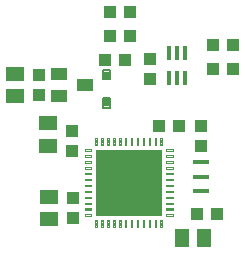
<source format=gbr>
G04 EAGLE Gerber RS-274X export*
G75*
%MOMM*%
%FSLAX34Y34*%
%LPD*%
%INSolderpaste Bottom*%
%IPPOS*%
%AMOC8*
5,1,8,0,0,1.08239X$1,22.5*%
G01*
%ADD10R,1.300000X1.500000*%
%ADD11C,0.124994*%
%ADD12R,5.699988X5.699988*%
%ADD13R,1.399997X0.400000*%
%ADD14R,1.500000X1.300000*%
%ADD15R,1.100000X1.000000*%
%ADD16R,1.000000X1.100000*%
%ADD17R,1.400000X1.000000*%
%ADD18R,0.355600X1.168400*%
%ADD19C,0.200000*%


D10*
X390550Y228600D03*
X409550Y228600D03*
D11*
X377065Y302465D02*
X377065Y303715D01*
X382815Y303715D01*
X382815Y302465D01*
X377065Y302465D01*
X377065Y303652D02*
X382815Y303652D01*
X377065Y298715D02*
X377065Y297465D01*
X377065Y298715D02*
X382815Y298715D01*
X382815Y297465D01*
X377065Y297465D01*
X377065Y298652D02*
X382815Y298652D01*
X377065Y293715D02*
X377065Y292465D01*
X377065Y293715D02*
X382815Y293715D01*
X382815Y292465D01*
X377065Y292465D01*
X377065Y293652D02*
X382815Y293652D01*
X377065Y288715D02*
X377065Y287465D01*
X377065Y288715D02*
X382815Y288715D01*
X382815Y287465D01*
X377065Y287465D01*
X377065Y288652D02*
X382815Y288652D01*
X377065Y283715D02*
X377065Y282465D01*
X377065Y283715D02*
X382815Y283715D01*
X382815Y282465D01*
X377065Y282465D01*
X377065Y283652D02*
X382815Y283652D01*
X377065Y278715D02*
X377065Y277465D01*
X377065Y278715D02*
X382815Y278715D01*
X382815Y277465D01*
X377065Y277465D01*
X377065Y278652D02*
X382815Y278652D01*
X377065Y273715D02*
X377065Y272465D01*
X377065Y273715D02*
X382815Y273715D01*
X382815Y272465D01*
X377065Y272465D01*
X377065Y273652D02*
X382815Y273652D01*
X377065Y268715D02*
X377065Y267465D01*
X377065Y268715D02*
X382815Y268715D01*
X382815Y267465D01*
X377065Y267465D01*
X377065Y268652D02*
X382815Y268652D01*
X377065Y263715D02*
X377065Y262465D01*
X377065Y263715D02*
X382815Y263715D01*
X382815Y262465D01*
X377065Y262465D01*
X377065Y263652D02*
X382815Y263652D01*
X377065Y258715D02*
X377065Y257465D01*
X377065Y258715D02*
X382815Y258715D01*
X382815Y257465D01*
X377065Y257465D01*
X377065Y258652D02*
X382815Y258652D01*
X377065Y253715D02*
X377065Y252465D01*
X377065Y253715D02*
X382815Y253715D01*
X382815Y252465D01*
X377065Y252465D01*
X377065Y253652D02*
X382815Y253652D01*
X377065Y248715D02*
X377065Y247465D01*
X377065Y248715D02*
X382815Y248715D01*
X382815Y247465D01*
X377065Y247465D01*
X377065Y248652D02*
X382815Y248652D01*
X373565Y243965D02*
X372315Y243965D01*
X373565Y243965D02*
X373565Y238215D01*
X372315Y238215D01*
X372315Y243965D01*
X372315Y239402D02*
X373565Y239402D01*
X373565Y240589D02*
X372315Y240589D01*
X372315Y241776D02*
X373565Y241776D01*
X373565Y242963D02*
X372315Y242963D01*
X368565Y243965D02*
X367315Y243965D01*
X368565Y243965D02*
X368565Y238215D01*
X367315Y238215D01*
X367315Y243965D01*
X367315Y239402D02*
X368565Y239402D01*
X368565Y240589D02*
X367315Y240589D01*
X367315Y241776D02*
X368565Y241776D01*
X368565Y242963D02*
X367315Y242963D01*
X363565Y243965D02*
X362315Y243965D01*
X363565Y243965D02*
X363565Y238215D01*
X362315Y238215D01*
X362315Y243965D01*
X362315Y239402D02*
X363565Y239402D01*
X363565Y240589D02*
X362315Y240589D01*
X362315Y241776D02*
X363565Y241776D01*
X363565Y242963D02*
X362315Y242963D01*
X358565Y243965D02*
X357315Y243965D01*
X358565Y243965D02*
X358565Y238215D01*
X357315Y238215D01*
X357315Y243965D01*
X357315Y239402D02*
X358565Y239402D01*
X358565Y240589D02*
X357315Y240589D01*
X357315Y241776D02*
X358565Y241776D01*
X358565Y242963D02*
X357315Y242963D01*
X353565Y243965D02*
X352315Y243965D01*
X353565Y243965D02*
X353565Y238215D01*
X352315Y238215D01*
X352315Y243965D01*
X352315Y239402D02*
X353565Y239402D01*
X353565Y240589D02*
X352315Y240589D01*
X352315Y241776D02*
X353565Y241776D01*
X353565Y242963D02*
X352315Y242963D01*
X348565Y243965D02*
X347315Y243965D01*
X348565Y243965D02*
X348565Y238215D01*
X347315Y238215D01*
X347315Y243965D01*
X347315Y239402D02*
X348565Y239402D01*
X348565Y240589D02*
X347315Y240589D01*
X347315Y241776D02*
X348565Y241776D01*
X348565Y242963D02*
X347315Y242963D01*
X343565Y243965D02*
X342315Y243965D01*
X343565Y243965D02*
X343565Y238215D01*
X342315Y238215D01*
X342315Y243965D01*
X342315Y239402D02*
X343565Y239402D01*
X343565Y240589D02*
X342315Y240589D01*
X342315Y241776D02*
X343565Y241776D01*
X343565Y242963D02*
X342315Y242963D01*
X338565Y243965D02*
X337315Y243965D01*
X338565Y243965D02*
X338565Y238215D01*
X337315Y238215D01*
X337315Y243965D01*
X337315Y239402D02*
X338565Y239402D01*
X338565Y240589D02*
X337315Y240589D01*
X337315Y241776D02*
X338565Y241776D01*
X338565Y242963D02*
X337315Y242963D01*
X333565Y243965D02*
X332315Y243965D01*
X333565Y243965D02*
X333565Y238215D01*
X332315Y238215D01*
X332315Y243965D01*
X332315Y239402D02*
X333565Y239402D01*
X333565Y240589D02*
X332315Y240589D01*
X332315Y241776D02*
X333565Y241776D01*
X333565Y242963D02*
X332315Y242963D01*
X328565Y243965D02*
X327315Y243965D01*
X328565Y243965D02*
X328565Y238215D01*
X327315Y238215D01*
X327315Y243965D01*
X327315Y239402D02*
X328565Y239402D01*
X328565Y240589D02*
X327315Y240589D01*
X327315Y241776D02*
X328565Y241776D01*
X328565Y242963D02*
X327315Y242963D01*
X323565Y243965D02*
X322315Y243965D01*
X323565Y243965D02*
X323565Y238215D01*
X322315Y238215D01*
X322315Y243965D01*
X322315Y239402D02*
X323565Y239402D01*
X323565Y240589D02*
X322315Y240589D01*
X322315Y241776D02*
X323565Y241776D01*
X323565Y242963D02*
X322315Y242963D01*
X318565Y243965D02*
X317315Y243965D01*
X318565Y243965D02*
X318565Y238215D01*
X317315Y238215D01*
X317315Y243965D01*
X317315Y239402D02*
X318565Y239402D01*
X318565Y240589D02*
X317315Y240589D01*
X317315Y241776D02*
X318565Y241776D01*
X318565Y242963D02*
X317315Y242963D01*
X313815Y247465D02*
X313815Y248715D01*
X313815Y247465D02*
X308065Y247465D01*
X308065Y248715D01*
X313815Y248715D01*
X313815Y248652D02*
X308065Y248652D01*
X313815Y252465D02*
X313815Y253715D01*
X313815Y252465D02*
X308065Y252465D01*
X308065Y253715D01*
X313815Y253715D01*
X313815Y253652D02*
X308065Y253652D01*
X313815Y257465D02*
X313815Y258715D01*
X313815Y257465D02*
X308065Y257465D01*
X308065Y258715D01*
X313815Y258715D01*
X313815Y258652D02*
X308065Y258652D01*
X313815Y262465D02*
X313815Y263715D01*
X313815Y262465D02*
X308065Y262465D01*
X308065Y263715D01*
X313815Y263715D01*
X313815Y263652D02*
X308065Y263652D01*
X313815Y267465D02*
X313815Y268715D01*
X313815Y267465D02*
X308065Y267465D01*
X308065Y268715D01*
X313815Y268715D01*
X313815Y268652D02*
X308065Y268652D01*
X313815Y272465D02*
X313815Y273715D01*
X313815Y272465D02*
X308065Y272465D01*
X308065Y273715D01*
X313815Y273715D01*
X313815Y273652D02*
X308065Y273652D01*
X313815Y277465D02*
X313815Y278715D01*
X313815Y277465D02*
X308065Y277465D01*
X308065Y278715D01*
X313815Y278715D01*
X313815Y278652D02*
X308065Y278652D01*
X313815Y282465D02*
X313815Y283715D01*
X313815Y282465D02*
X308065Y282465D01*
X308065Y283715D01*
X313815Y283715D01*
X313815Y283652D02*
X308065Y283652D01*
X313815Y287465D02*
X313815Y288715D01*
X313815Y287465D02*
X308065Y287465D01*
X308065Y288715D01*
X313815Y288715D01*
X313815Y288652D02*
X308065Y288652D01*
X313815Y292465D02*
X313815Y293715D01*
X313815Y292465D02*
X308065Y292465D01*
X308065Y293715D01*
X313815Y293715D01*
X313815Y293652D02*
X308065Y293652D01*
X313815Y297465D02*
X313815Y298715D01*
X313815Y297465D02*
X308065Y297465D01*
X308065Y298715D01*
X313815Y298715D01*
X313815Y298652D02*
X308065Y298652D01*
X313815Y302465D02*
X313815Y303715D01*
X313815Y302465D02*
X308065Y302465D01*
X308065Y303715D01*
X313815Y303715D01*
X313815Y303652D02*
X308065Y303652D01*
X317315Y307215D02*
X318565Y307215D01*
X317315Y307215D02*
X317315Y312965D01*
X318565Y312965D01*
X318565Y307215D01*
X318565Y308402D02*
X317315Y308402D01*
X317315Y309589D02*
X318565Y309589D01*
X318565Y310776D02*
X317315Y310776D01*
X317315Y311963D02*
X318565Y311963D01*
X322315Y307215D02*
X323565Y307215D01*
X322315Y307215D02*
X322315Y312965D01*
X323565Y312965D01*
X323565Y307215D01*
X323565Y308402D02*
X322315Y308402D01*
X322315Y309589D02*
X323565Y309589D01*
X323565Y310776D02*
X322315Y310776D01*
X322315Y311963D02*
X323565Y311963D01*
X327315Y307215D02*
X328565Y307215D01*
X327315Y307215D02*
X327315Y312965D01*
X328565Y312965D01*
X328565Y307215D01*
X328565Y308402D02*
X327315Y308402D01*
X327315Y309589D02*
X328565Y309589D01*
X328565Y310776D02*
X327315Y310776D01*
X327315Y311963D02*
X328565Y311963D01*
X332315Y307215D02*
X333565Y307215D01*
X332315Y307215D02*
X332315Y312965D01*
X333565Y312965D01*
X333565Y307215D01*
X333565Y308402D02*
X332315Y308402D01*
X332315Y309589D02*
X333565Y309589D01*
X333565Y310776D02*
X332315Y310776D01*
X332315Y311963D02*
X333565Y311963D01*
X337315Y307215D02*
X338565Y307215D01*
X337315Y307215D02*
X337315Y312965D01*
X338565Y312965D01*
X338565Y307215D01*
X338565Y308402D02*
X337315Y308402D01*
X337315Y309589D02*
X338565Y309589D01*
X338565Y310776D02*
X337315Y310776D01*
X337315Y311963D02*
X338565Y311963D01*
X342315Y307215D02*
X343565Y307215D01*
X342315Y307215D02*
X342315Y312965D01*
X343565Y312965D01*
X343565Y307215D01*
X343565Y308402D02*
X342315Y308402D01*
X342315Y309589D02*
X343565Y309589D01*
X343565Y310776D02*
X342315Y310776D01*
X342315Y311963D02*
X343565Y311963D01*
X347315Y307215D02*
X348565Y307215D01*
X347315Y307215D02*
X347315Y312965D01*
X348565Y312965D01*
X348565Y307215D01*
X348565Y308402D02*
X347315Y308402D01*
X347315Y309589D02*
X348565Y309589D01*
X348565Y310776D02*
X347315Y310776D01*
X347315Y311963D02*
X348565Y311963D01*
X352315Y307215D02*
X353565Y307215D01*
X352315Y307215D02*
X352315Y312965D01*
X353565Y312965D01*
X353565Y307215D01*
X353565Y308402D02*
X352315Y308402D01*
X352315Y309589D02*
X353565Y309589D01*
X353565Y310776D02*
X352315Y310776D01*
X352315Y311963D02*
X353565Y311963D01*
X357315Y307215D02*
X358565Y307215D01*
X357315Y307215D02*
X357315Y312965D01*
X358565Y312965D01*
X358565Y307215D01*
X358565Y308402D02*
X357315Y308402D01*
X357315Y309589D02*
X358565Y309589D01*
X358565Y310776D02*
X357315Y310776D01*
X357315Y311963D02*
X358565Y311963D01*
X362315Y307215D02*
X363565Y307215D01*
X362315Y307215D02*
X362315Y312965D01*
X363565Y312965D01*
X363565Y307215D01*
X363565Y308402D02*
X362315Y308402D01*
X362315Y309589D02*
X363565Y309589D01*
X363565Y310776D02*
X362315Y310776D01*
X362315Y311963D02*
X363565Y311963D01*
X367315Y307215D02*
X368565Y307215D01*
X367315Y307215D02*
X367315Y312965D01*
X368565Y312965D01*
X368565Y307215D01*
X368565Y308402D02*
X367315Y308402D01*
X367315Y309589D02*
X368565Y309589D01*
X368565Y310776D02*
X367315Y310776D01*
X367315Y311963D02*
X368565Y311963D01*
X372315Y307215D02*
X373565Y307215D01*
X372315Y307215D02*
X372315Y312965D01*
X373565Y312965D01*
X373565Y307215D01*
X373565Y308402D02*
X372315Y308402D01*
X372315Y309589D02*
X373565Y309589D01*
X373565Y310776D02*
X372315Y310776D01*
X372315Y311963D02*
X373565Y311963D01*
D12*
X345440Y275590D03*
D13*
X406400Y292670D03*
X406400Y280670D03*
X406400Y268670D03*
D14*
X276860Y325730D03*
X276860Y306730D03*
X278130Y244500D03*
X278130Y263500D03*
D15*
X402980Y248920D03*
X419980Y248920D03*
D16*
X297180Y319650D03*
X297180Y302650D03*
X298450Y245500D03*
X298450Y262500D03*
X406400Y323460D03*
X406400Y306460D03*
D15*
X388230Y323850D03*
X371230Y323850D03*
D16*
X346320Y400050D03*
X329320Y400050D03*
D17*
X308180Y358140D03*
X286180Y367640D03*
X286180Y348640D03*
D14*
X248920Y348640D03*
X248920Y367640D03*
D18*
X392938Y364490D03*
X386334Y364490D03*
X379730Y364490D03*
X379730Y385318D03*
X386334Y385318D03*
X392938Y385318D03*
D15*
X346320Y420370D03*
X329320Y420370D03*
D16*
X363220Y362975D03*
X363220Y379975D03*
X433950Y392430D03*
X416950Y392430D03*
D15*
X433950Y372110D03*
X416950Y372110D03*
X269240Y366640D03*
X269240Y349640D03*
D16*
X325510Y379730D03*
X342510Y379730D03*
D19*
X323390Y371030D02*
X323390Y363030D01*
X323390Y371030D02*
X329390Y371030D01*
X329390Y363030D01*
X323390Y363030D01*
X323390Y364930D02*
X329390Y364930D01*
X329390Y366830D02*
X323390Y366830D01*
X323390Y368730D02*
X329390Y368730D01*
X329390Y370630D02*
X323390Y370630D01*
X323390Y347030D02*
X323390Y339030D01*
X323390Y347030D02*
X329390Y347030D01*
X329390Y339030D01*
X323390Y339030D01*
X323390Y340930D02*
X329390Y340930D01*
X329390Y342830D02*
X323390Y342830D01*
X323390Y344730D02*
X329390Y344730D01*
X329390Y346630D02*
X323390Y346630D01*
M02*

</source>
